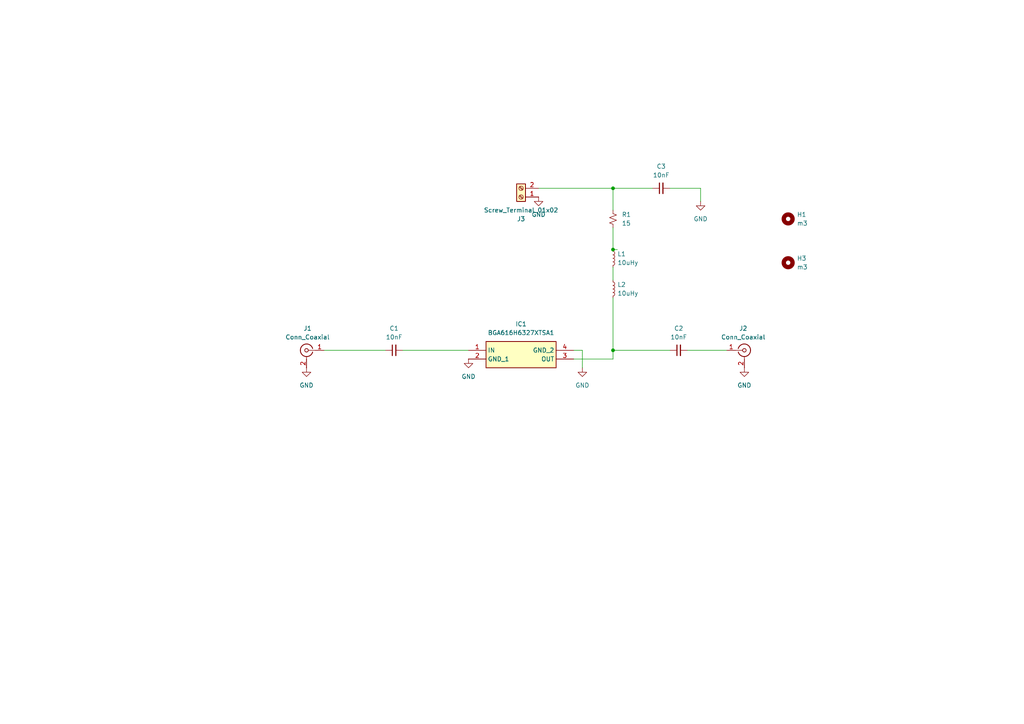
<source format=kicad_sch>
(kicad_sch (version 20231120) (generator "eeschema") (generator_version "8.0")
  (paper "A4")
  (lib_symbols
    (symbol "Connector:Conn_Coaxial" (pin_names (offset 1.016) hide)
      (property "Reference" "J" (at 0.254 3.048 0))
      (property "Value" "Conn_Coaxial" (at 2.921 0 90))
      (symbol "Conn_Coaxial_0_1"
        (arc (start -1.778 -0.508) (mid 0.2311 -1.8066) (end 1.778 0) (stroke (width 0.254)))
        (polyline (pts (xy -2.54 0) (xy -0.508 0)))
        (polyline (pts (xy 0 -2.54) (xy 0 -1.778)))
        (circle (center 0 0) (radius 0.508) (stroke (width 0.2032)))
        (arc (start 1.778 0) (mid 0.2099 1.8101) (end -1.778 0.508) (stroke (width 0.254)))
      )
      (symbol "Conn_Coaxial_1_1"
        (pin passive line (at -5.08 0 0) (length 2.54) (name "In") (number "1"))
        (pin passive line (at 0 -5.08 90) (length 2.54) (name "Ext") (number "2"))
      )
    )
    (symbol "Connector:Screw_Terminal_01x02" (pin_names (offset 1.016) hide)
      (property "Reference" "J" (at 0 2.54 0))
      (property "Value" "Screw_Terminal_01x02" (at 0 -5.08 0))
      (symbol "Screw_Terminal_01x02_1_1"
        (rectangle (start -1.27 1.27) (end 1.27 -3.81) (stroke (width 0.254)) (fill (type background)))
        (circle (center 0 -2.54) (radius 0.635) (stroke (width 0.1524)))
        (polyline (pts (xy -0.5334 -2.2098) (xy 0.3302 -3.048)) (stroke (width 0.1524)))
        (polyline (pts (xy -0.5334 0.3302) (xy 0.3302 -0.508)) (stroke (width 0.1524)))
        (polyline (pts (xy -0.3556 -2.032) (xy 0.508 -2.8702)) (stroke (width 0.1524)))
        (polyline (pts (xy -0.3556 0.508) (xy 0.508 -0.3302)) (stroke (width 0.1524)))
        (circle (center 0 0) (radius 0.635) (stroke (width 0.1524)))
        (pin passive line (at -5.08 0 0) (length 3.81) (name "Pin_1") (number "1"))
        (pin passive line (at -5.08 -2.54 0) (length 3.81) (name "Pin_2") (number "2"))
      )
    )
    (symbol "Device:C_Small" (pin_numbers hide) (pin_names (offset 0.254) hide)
      (property "Reference" "C" (at 0.254 1.778 0))
      (property "Value" "C_Small" (at 0.254 -2.032 0))
      (symbol "C_Small_0_1"
        (polyline (pts (xy -1.524 -0.508) (xy 1.524 -0.508)) (stroke (width 0.3302)))
        (polyline (pts (xy -1.524 0.508) (xy 1.524 0.508)) (stroke (width 0.3048)))
      )
      (symbol "C_Small_1_1"
        (pin passive line (at 0 2.54 270) (length 2.032) (name "~") (number "1"))
        (pin passive line (at 0 -2.54 90) (length 2.032) (name "~") (number "2"))
      )
    )
    (symbol "Device:L_Small" (pin_numbers hide) (pin_names (offset 0.254) hide)
      (property "Reference" "L" (at 0.762 1.016 0))
      (property "Value" "L_Small" (at 0.762 -1.016 0))
      (symbol "L_Small_0_1"
        (arc (start 0 -2.032) (mid 0.5058 -1.524) (end 0 -1.016))
        (arc (start 0 -1.016) (mid 0.5058 -0.508) (end 0 0))
        (arc (start 0 0) (mid 0.5058 0.508) (end 0 1.016))
        (arc (start 0 1.016) (mid 0.5058 1.524) (end 0 2.032))
      )
      (symbol "L_Small_1_1"
        (pin passive line (at 0 2.54 270) (length 0.508) (name "~") (number "1"))
        (pin passive line (at 0 -2.54 90) (length 0.508) (name "~") (number "2"))
      )
    )
    (symbol "Device:R_Small_US" (pin_numbers hide) (pin_names (offset 0.254) hide)
      (property "Reference" "R" (at 0.762 0.508 0))
      (property "Value" "R_Small_US" (at 0.762 -1.016 0))
      (symbol "R_Small_US_1_1"
        (polyline (pts (xy 0 0) (xy 1.016 -0.381) (xy 0 -0.762) (xy -1.016 -1.143) (xy 0 -1.524)))
        (polyline (pts (xy 0 1.524) (xy 1.016 1.143) (xy 0 0.762) (xy -1.016 0.381) (xy 0 0)))
        (pin passive line (at 0 2.54 270) (length 1.016) (name "~") (number "1"))
        (pin passive line (at 0 -2.54 90) (length 1.016) (name "~") (number "2"))
      )
    )
    (symbol "Mechanical:MountingHole" (pin_names (offset 1.016)) (exclude_from_sim yes) (in_bom no)
      (property "Reference" "H" (at 0 5.08 0))
      (property "Value" "MountingHole" (at 0 3.175 0))
      (symbol "MountingHole_0_1"
        (circle (center 0 0) (radius 1.27) (stroke (width 1.27)))
      )
    )
    (symbol "power:GND" (power) (pin_numbers hide) (pin_names (offset 0) hide)
      (property "Value" "GND" (at 0 -3.81 0))
      (symbol "GND_0_1"
        (polyline (pts (xy 0 0) (xy 0 -1.27) (xy 1.27 -1.27) (xy 0 -2.54) (xy -1.27 -1.27) (xy 0 -1.27)))
      )
      (symbol "GND_1_1"
        (pin power_in line (at 0 0 270) (length 0) (name "~") (number "1"))
      )
    )
    (symbol "rx_amp:BGA616H6327XTSA1"
      (property "Reference" "IC" (at 26.67 7.62 0))
      (property "Value" "BGA616H6327XTSA1" (at 26.67 5.08 0))
      (symbol "BGA616H6327XTSA1_1_1"
        (rectangle (start 5.08 2.54) (end 25.4 -5.08) (stroke (width 0.254)) (fill (type background)))
        (pin passive line (at 0 0 0) (length 5.08) (name "IN") (number "1"))
        (pin passive line (at 0 -2.54 0) (length 5.08) (name "GND_1") (number "2"))
        (pin passive line (at 30.48 -2.54 180) (length 5.08) (name "OUT") (number "3"))
        (pin passive line (at 30.48 0 180) (length 5.08) (name "GND_2") (number "4"))
      )
    )
  )
  (junction (at 177.8 101.6))
  (junction (at 177.8 54.61))
  (junction (at 177.8 72.39))
  (wire (pts (xy 177.8 66.04) (xy 177.8 72.39)))
  (wire (pts (xy 177.8 101.6) (xy 177.8 86.36)))
  (wire (pts (xy 168.91 101.6) (xy 166.37 101.6)))
  (wire (pts (xy 177.8 77.47) (xy 177.8 81.28)))
  (wire (pts (xy 177.8 54.61) (xy 189.23 54.61)))
  (wire (pts (xy 199.39 101.6) (xy 210.82 101.6)))
  (wire (pts (xy 116.84 101.6) (xy 135.89 101.6)))
  (wire (pts (xy 168.91 106.68) (xy 168.91 101.6)))
  (wire (pts (xy 177.8 101.6) (xy 194.31 101.6)))
  (wire (pts (xy 177.8 72.39) (xy 179.07 72.39)))
  (wire (pts (xy 166.37 104.14) (xy 177.8 104.14)))
  (wire (pts (xy 177.8 104.14) (xy 177.8 101.6)))
  (wire (pts (xy 156.21 54.61) (xy 177.8 54.61)))
  (wire (pts (xy 177.8 60.96) (xy 177.8 54.61)))
  (wire (pts (xy 203.2 54.61) (xy 194.31 54.61)))
  (wire (pts (xy 93.98 101.6) (xy 111.76 101.6)))
  (wire (pts (xy 203.2 58.42) (xy 203.2 54.61)))
  (symbol (lib_id "power:GND") (at 135.89 104.14 0) (unit 1)
    (property "Reference" "#PWR04" (effects (hide yes)))
    (property "Value" "GND" (at 135.89 109.22 0))
    (property "Description" "Power symbol creates a global label with name \"GND\" , ground" (effects (hide yes)))
  )
  (symbol (lib_id "Device:L_Small") (at 177.8 74.93 0) (unit 1)
    (property "Reference" "L1" (at 179.07 73.6599 0) (effects (justify left)))
    (property "Value" "10uHy" (at 179.07 76.1999 0) (effects (justify left)))
    (property "Footprint" "Inductor_SMD:L_0603_1608Metric_Pad1.05x0.95mm_HandSolder" (effects (hide yes)))
    (property "Description" "Inductor, small symbol" (effects (hide yes)))
  )
  (symbol (lib_id "power:GND") (at 88.9 106.68 0) (unit 1)
    (property "Reference" "#PWR01" (effects (hide yes)))
    (property "Value" "GND" (at 88.9 111.76 0))
    (property "Description" "Power symbol creates a global label with name \"GND\" , ground" (effects (hide yes)))
  )
  (symbol (lib_id "Device:C_Small") (at 196.85 101.6 90) (unit 1)
    (property "Reference" "C2" (at 196.8563 95.25 90))
    (property "Value" "10nF" (at 196.8563 97.79 90))
    (property "Footprint" "Capacitor_SMD:C_0603_1608Metric_Pad1.08x0.95mm_HandSolder" (effects (hide yes)))
    (property "Description" "Unpolarized capacitor, small symbol" (effects (hide yes)))
  )
  (symbol (lib_id "rx_amp:BGA616H6327XTSA1") (at 135.89 101.6 0) (unit 1)
    (property "Reference" "IC1" (at 151.13 93.98 0))
    (property "Value" "BGA616H6327XTSA1" (at 151.13 96.52 0))
    (property "Footprint" "rx_amp:BGA616H6327XTSA1" (effects (hide yes)))
    (property "Datasheet" "https://www.infineon.com/dgdl/Infineon-BGA616-DS-v02_01-en.pdf?fileId=db3a304314dca3890115419102bb163b" (effects (hide yes)))
    (property "Description" "RF Amplifier IC CDMA, GSM, PCS 0Hz ~ 2.7GHz PG-SOT343-4" (effects (hide yes)))
    (property "Height" "1" (effects (hide yes)))
    (property "Mouser Part Number" "726-BGA616H6327XTSA1" (effects (hide yes)))
    (property "Mouser Price/Stock" "https://www.mouser.co.uk/ProductDetail/Infineon-Technologies/BGA616H6327XTSA1?qs=K00xGehIlju0hwqCixDg5g%3D%3D" (effects (hide yes)))
    (property "Manufacturer_Name" "Infineon" (effects (hide yes)))
    (property "Manufacturer_Part_Number" "BGA616H6327XTSA1" (effects (hide yes)))
  )
  (symbol (lib_id "Connector:Conn_Coaxial") (at 215.9 101.6 0) (unit 1)
    (property "Reference" "J2" (at 215.5826 95.25 0))
    (property "Value" "Conn_Coaxial" (at 215.5826 97.79 0))
    (property "Footprint" "rx_amp:RFSOLUTIONS_CON-SMA-EDGE-S" (effects (hide yes)))
    (property "Datasheet" " ~" (effects (hide yes)))
    (property "Description" "coaxial connector (BNC, SMA, SMB, SMC, Cinch/RCA, LEMO, ...)" (effects (hide yes)))
  )
  (symbol (lib_id "power:GND") (at 156.21 57.15 0) (unit 1)
    (property "Reference" "#PWR06" (effects (hide yes)))
    (property "Value" "GND" (at 156.21 62.23 0))
    (property "Description" "Power symbol creates a global label with name \"GND\" , ground" (effects (hide yes)))
  )
  (symbol (lib_id "power:GND") (at 168.91 106.68 0) (unit 1)
    (property "Reference" "#PWR05" (effects (hide yes)))
    (property "Value" "GND" (at 168.91 111.76 0))
    (property "Description" "Power symbol creates a global label with name \"GND\" , ground" (effects (hide yes)))
  )
  (symbol (lib_id "Device:R_Small_US") (at 177.8 63.5 0) (unit 1)
    (property "Reference" "R1" (at 180.34 62.2299 0) (effects (justify left)))
    (property "Value" "15" (at 180.34 64.7699 0) (effects (justify left)))
    (property "Footprint" "Inductor_SMD:L_0603_1608Metric_Pad1.05x0.95mm_HandSolder" (effects (hide yes)))
    (property "Description" "Resistor, small US symbol" (effects (hide yes)))
  )
  (symbol (lib_id "power:GND") (at 215.9 106.68 0) (unit 1)
    (property "Reference" "#PWR02" (effects (hide yes)))
    (property "Value" "GND" (at 215.9 111.76 0))
    (property "Description" "Power symbol creates a global label with name \"GND\" , ground" (effects (hide yes)))
  )
  (symbol (lib_id "Connector:Conn_Coaxial") (at 88.9 101.6 0) (mirror y) (unit 1)
    (property "Reference" "J1" (at 89.2174 95.25 0))
    (property "Value" "Conn_Coaxial" (at 89.2174 97.79 0))
    (property "Footprint" "rx_amp:RFSOLUTIONS_CON-SMA-EDGE-S" (effects (hide yes)))
    (property "Datasheet" " ~" (effects (hide yes)))
    (property "Description" "coaxial connector (BNC, SMA, SMB, SMC, Cinch/RCA, LEMO, ...)" (effects (hide yes)))
  )
  (symbol (lib_id "power:GND") (at 203.2 58.42 0) (unit 1)
    (property "Reference" "#PWR03" (effects (hide yes)))
    (property "Value" "GND" (at 203.2 63.5 0))
    (property "Description" "Power symbol creates a global label with name \"GND\" , ground" (effects (hide yes)))
  )
  (symbol (lib_id "Connector:Screw_Terminal_01x02") (at 151.13 57.15 180) (unit 1)
    (property "Reference" "J3" (at 151.13 63.5 0))
    (property "Value" "Screw_Terminal_01x02" (at 151.13 60.96 0))
    (property "Footprint" "TerminalBlock_RND:TerminalBlock_RND_205-00001_1x02_P5.00mm_Horizontal" (effects (hide yes)))
    (property "Description" "Generic screw terminal, single row, 01x02, script generated (kicad-library-utils/schlib/autogen/connector/)" (effects (hide yes)))
  )
  (symbol (lib_id "Device:L_Small") (at 177.8 83.82 0) (unit 1)
    (property "Reference" "L2" (at 179.07 82.5499 0) (effects (justify left)))
    (property "Value" "10uHy" (at 179.07 85.0899 0) (effects (justify left)))
    (property "Footprint" "Inductor_SMD:L_0603_1608Metric_Pad1.05x0.95mm_HandSolder" (effects (hide yes)))
    (property "Description" "Inductor, small symbol" (effects (hide yes)))
  )
  (symbol (lib_id "Mechanical:MountingHole") (at 228.6 63.5 0) (unit 1) (exclude_from_sim yes) (in_bom no)
    (property "Reference" "H1" (at 231.14 62.2299 0) (effects (justify left)))
    (property "Value" "m3	" (at 231.14 64.7699 0) (effects (justify left)))
    (property "Footprint" "MountingHole:MountingHole_3.2mm_M3_DIN965" (effects (hide yes)))
    (property "Description" "Mounting Hole without connection" (effects (hide yes)))
  )
  (symbol (lib_id "Mechanical:MountingHole") (at 228.6 76.2 0) (unit 1) (exclude_from_sim yes) (in_bom no)
    (property "Reference" "H3" (at 231.14 74.9299 0) (effects (justify left)))
    (property "Value" "m3	" (at 231.14 77.4699 0) (effects (justify left)))
    (property "Footprint" "MountingHole:MountingHole_3.2mm_M3_DIN965" (effects (hide yes)))
    (property "Description" "Mounting Hole without connection" (effects (hide yes)))
  )
  (symbol (lib_id "Device:C_Small") (at 191.77 54.61 90) (unit 1)
    (property "Reference" "C3" (at 191.7763 48.26 90))
    (property "Value" "10nF" (at 191.7763 50.8 90))
    (property "Footprint" "Capacitor_SMD:C_0603_1608Metric_Pad1.08x0.95mm_HandSolder" (effects (hide yes)))
    (property "Description" "Unpolarized capacitor, small symbol" (effects (hide yes)))
  )
  (symbol (lib_id "Device:C_Small") (at 114.3 101.6 90) (unit 1)
    (property "Reference" "C1" (at 114.3063 95.25 90))
    (property "Value" "10nF" (at 114.3063 97.79 90))
    (property "Footprint" "Capacitor_SMD:C_0603_1608Metric_Pad1.08x0.95mm_HandSolder" (effects (hide yes)))
    (property "Description" "Unpolarized capacitor, small symbol" (effects (hide yes)))
  )
)
</source>
